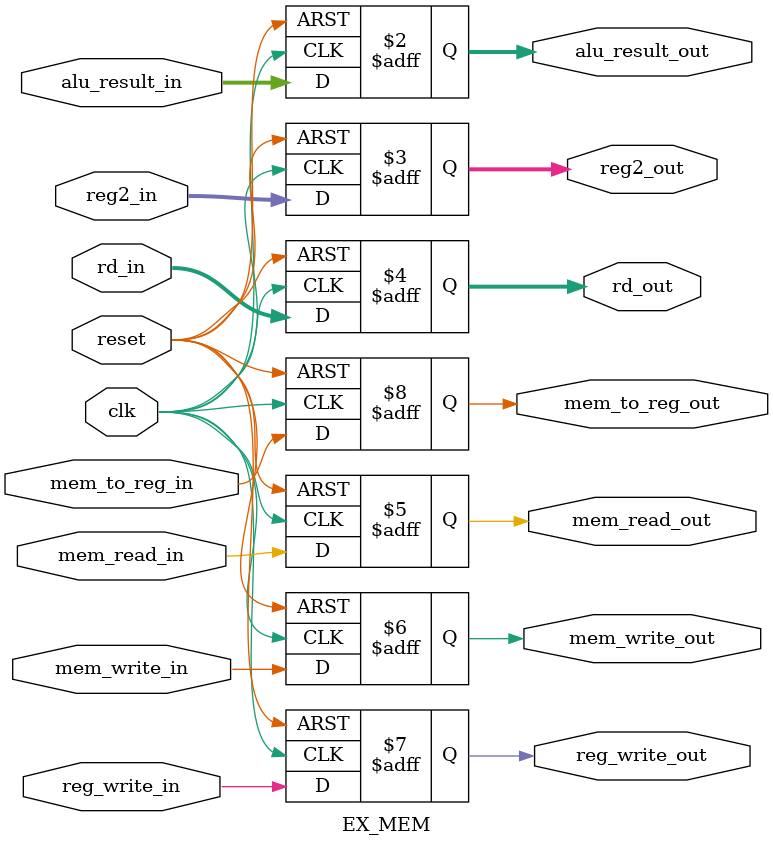
<source format=v>
module EX_MEM (
    input clk, reset,
    input [31:0] alu_result_in, reg2_in,
    input [4:0] rd_in,
    input mem_read_in, mem_write_in, reg_write_in, mem_to_reg_in,
    output reg [31:0] alu_result_out, reg2_out,
    output reg [4:0] rd_out,
    output reg mem_read_out, mem_write_out, reg_write_out, mem_to_reg_out
);
    always @(posedge clk or posedge reset) begin
        if (reset) begin
            alu_result_out <= 0;
            reg2_out <= 0;
            rd_out <= 0;
            mem_read_out <= 0;
            mem_write_out <= 0;
            reg_write_out <= 0;
            mem_to_reg_out <= 0;
        end else begin
            alu_result_out <= alu_result_in;
            reg2_out <= reg2_in;
            rd_out <= rd_in;
            mem_read_out <= mem_read_in;
            mem_write_out <= mem_write_in;
            reg_write_out <= reg_write_in;
            mem_to_reg_out <= mem_to_reg_in;
        end
    end
endmodule

</source>
